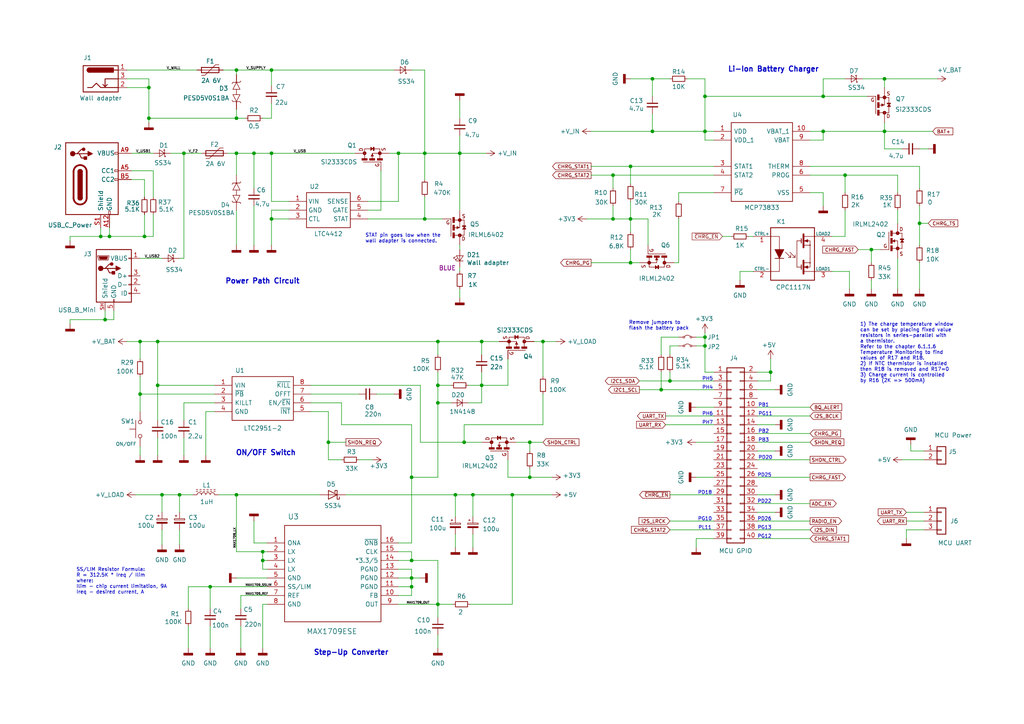
<source format=kicad_sch>
(kicad_sch (version 20250114) (generator "eeschema") (generator_version "9.0")
  (paper "A4")
  (title_block (title "AA-PI Display Board for BananaPi M2-Magic") (date "2025-10-27") (rev "4.3") (company "ORPALTECH") (comment 4 "Author: Sergey Suloev"))
  (text "PH4" (at 205.232 112.522 0) (effects (font (size 1.016 1.016))))
  (text "PD26" (at 221.742 150.622 0) (effects (font (size 1.016 1.016))))
  (text "SS/LIM Resistor Formula:\nR = 312.5K * Ireq / Ilim\nwhere: \nIlim - chip current limitation, 9A\nIreq - desired current, A" (at 22.098 172.466 0) (effects (font (size 1.016 1.016)) (justify left bottom)))
  (text "STAT pin goes low when the\nwall adapter is connected." (at 105.918 70.612 0) (effects (font (size 1.016 1.016)) (justify left bottom)))
  (text "PD20" (at 221.996 132.842 0) (effects (font (size 1.016 1.016))))
  (text "PG12" (at 221.742 155.702 0) (effects (font (size 1.016 1.016))))
  (text "PG10" (at 204.47 150.622 0) (effects (font (size 1.016 1.016))))
  (text "PB1" (at 221.488 117.602 0) (effects (font (size 1.016 1.016))))
  (text "PB3" (at 221.488 127.762 0) (effects (font (size 1.016 1.016))))
  (text "Power Path Circuit" (at 65.278 82.55 0) (effects (font (size 1.4986 1.4986) (thickness 0.2997) (bold yes)) (justify left bottom)))
  (text "1) The charge temperature window \ncan be set by placing fixed value \nresistors in series-parallel with \na thermistor.\nRefer to the chapter 6.1.1.6 \nTemperature Monitoring to find \nvalues of R17 and R18.\n2) If NTC thermistor is installed \nthen R18 is removed and R17=0\n3) Charge current is controlled \nby R16 (2K => 500mA)" (at 249.428 102.362 0) (effects (font (size 1.016 1.016)) (justify left)))
  (text "PG11" (at 221.996 120.142 0) (effects (font (size 1.016 1.016))))
  (text "Step-Up Converter" (at 90.932 190.246 0) (effects (font (size 1.4986 1.4986) (thickness 0.2997) (bold yes)) (justify left bottom)))
  (text "PH6" (at 205.232 120.142 0) (effects (font (size 1.016 1.016))))
  (text "ON/OFF Switch" (at 68.326 132.334 0) (effects (font (size 1.4986 1.4986) (thickness 0.2997) (bold yes)) (justify left bottom)))
  (text "PH7" (at 205.232 122.682 0) (effects (font (size 1.016 1.016))))
  (text "PB2" (at 221.488 125.222 0) (effects (font (size 1.016 1.016))))
  (text "Remove jumpers to \nflash the battery pack" (at 182.372 94.488 0) (effects (font (size 1.016 1.016)) (justify left)))
  (text "PD18" (at 204.47 143.002 0) (effects (font (size 1.016 1.016))))
  (text "PG13" (at 221.742 153.162 0) (effects (font (size 1.016 1.016))))
  (text "PD25" (at 221.742 137.922 0) (effects (font (size 1.016 1.016))))
  (text "PH5" (at 205.232 109.982 0) (effects (font (size 1.016 1.016))))
  (text "PD22" (at 221.742 145.542 0) (effects (font (size 1.016 1.016))))
  (text "Li-Ion Battery Charger" (at 211.074 21.082 0) (effects (font (size 1.4986 1.4986) (thickness 0.2997) (bold yes)) (justify left bottom)))
  (text "PL11" (at 204.47 153.162 0) (effects (font (size 1.016 1.016))))
  (junction (at 46.99 143.51))
  (junction (at 182.88 48.26))
  (junction (at 76.2 162.56))
  (junction (at 157.48 99.06))
  (junction (at 119.38 167.64))
  (junction (at 204.47 100.33))
  (junction (at 41.91 68.58))
  (junction (at 182.88 76.2))
  (junction (at 115.57 44.45))
  (junction (at 76.2 160.02))
  (junction (at 252.73 72.39))
  (junction (at 137.16 143.51))
  (junction (at 78.74 63.5))
  (junction (at 127 175.26))
  (junction (at 245.11 50.8))
  (junction (at 123.19 44.45))
  (junction (at 73.66 44.45))
  (junction (at 78.74 20.32))
  (junction (at 153.67 138.43))
  (junction (at 123.19 63.5))
  (junction (at 223.52 107.95))
  (junction (at 68.58 44.45))
  (junction (at 132.08 143.51))
  (junction (at 127 116.84))
  (junction (at 238.76 27.94))
  (junction (at 127 111.76))
  (junction (at 189.23 22.86))
  (junction (at 238.76 38.1))
  (junction (at 133.35 44.45))
  (junction (at 153.67 128.27))
  (junction (at 45.72 111.76))
  (junction (at 119.38 138.43))
  (junction (at 43.18 34.29))
  (junction (at 68.58 34.29))
  (junction (at 52.07 143.51))
  (junction (at 191.77 113.03))
  (junction (at 68.58 143.51))
  (junction (at 256.54 22.86))
  (junction (at 43.18 25.4))
  (junction (at 53.34 44.45))
  (junction (at 40.64 99.06))
  (junction (at 177.8 50.8))
  (junction (at 134.62 128.27))
  (junction (at 182.88 63.5))
  (junction (at 177.8 63.5))
  (junction (at 40.64 114.3))
  (junction (at 204.47 97.79))
  (junction (at 119.38 170.18))
  (junction (at 139.7 99.06))
  (junction (at 194.31 110.49))
  (junction (at 139.7 111.76))
  (junction (at 266.7 64.77))
  (junction (at 78.74 44.45))
  (junction (at 31.75 68.58))
  (junction (at 119.38 162.56))
  (junction (at 204.47 38.1))
  (junction (at 204.47 27.94))
  (junction (at 45.72 99.06))
  (junction (at 189.23 38.1))
  (junction (at 127 99.06))
  (junction (at 148.59 143.51))
  (junction (at 68.58 20.32))
  (junction (at 29.21 68.58))
  (junction (at 60.96 170.18))
  (junction (at 256.54 38.1))
  (junction (at 30.48 92.71))
  (junction (at 95.25 128.27))
  (wire (pts (xy 153.67 138.43) (xy 160.02 138.43)))
  (wire (pts (xy 139.7 99.06) (xy 144.78 99.06)))
  (wire (pts (xy 119.38 167.64) (xy 119.38 170.18)))
  (wire (pts (xy 53.34 44.45) (xy 58.42 44.45)))
  (wire (pts (xy 191.77 97.79) (xy 196.85 97.79)))
  (wire (pts (xy 194.31 110.49) (xy 207.01 110.49)))
  (wire (pts (xy 201.93 100.33) (xy 204.47 100.33)))
  (wire (pts (xy 45.72 127) (xy 45.72 132.08)))
  (wire (pts (xy 189.23 27.94) (xy 189.23 22.86)))
  (wire (pts (xy 194.31 151.13) (xy 207.01 151.13)))
  (wire (pts (xy 41.91 68.58) (xy 44.45 68.58)))
  (wire (pts (xy 219.71 110.49) (xy 223.52 110.49)))
  (wire (pts (xy 171.45 50.8) (xy 177.8 50.8)))
  (wire (pts (xy 73.66 44.45) (xy 73.66 54.61)))
  (wire (pts (xy 133.35 34.29) (xy 133.35 29.21)))
  (wire (pts (xy 77.47 175.26) (xy 76.2 175.26)))
  (wire (pts (xy 262.89 151.13) (xy 267.97 151.13)))
  (wire (pts (xy 219.71 125.73) (xy 234.95 125.73)))
  (wire (pts (xy 78.74 44.45) (xy 78.74 58.42)))
  (wire (pts (xy 185.42 113.03) (xy 191.77 113.03)))
  (wire (pts (xy 177.8 59.69) (xy 177.8 63.5)))
  (wire (pts (xy 248.92 72.39) (xy 252.73 72.39)))
  (wire (pts (xy 73.66 157.48) (xy 73.66 151.13)))
  (wire (pts (xy 147.32 138.43) (xy 153.67 138.43)))
  (wire (pts (xy 204.47 22.86) (xy 204.47 27.94)))
  (wire (pts (xy 115.57 160.02) (xy 119.38 160.02)))
  (wire (pts (xy 245.11 50.8) (xy 245.11 55.88)))
  (wire (pts (xy 267.97 153.67) (xy 262.89 153.67)))
  (wire (pts (xy 266.7 64.77) (xy 266.7 71.12)))
  (wire (pts (xy 266.7 48.26) (xy 266.7 54.61)))
  (wire (pts (xy 38.1 49.53) (xy 44.45 49.53)))
  (wire (pts (xy 78.74 63.5) (xy 78.74 71.12)))
  (wire (pts (xy 40.64 74.93) (xy 46.99 74.93)))
  (wire (pts (xy 194.31 100.33) (xy 196.85 100.33)))
  (wire (pts (xy 123.19 44.45) (xy 133.35 44.45)))
  (wire (pts (xy 46.99 143.51) (xy 39.37 143.51)))
  (wire (pts (xy 76.2 175.26) (xy 76.2 187.96)))
  (wire (pts (xy 196.85 55.88) (xy 207.01 55.88)))
  (wire (pts (xy 204.47 27.94) (xy 238.76 27.94)))
  (wire (pts (xy 38.1 52.07) (xy 41.91 52.07)))
  (wire (pts (xy 31.75 68.58) (xy 41.91 68.58)))
  (wire (pts (xy 256.54 22.86) (xy 271.78 22.86)))
  (wire (pts (xy 46.99 143.51) (xy 52.07 143.51)))
  (wire (pts (xy 171.45 48.26) (xy 182.88 48.26)))
  (wire (pts (xy 73.66 59.69) (xy 73.66 71.12)))
  (wire (pts (xy 20.32 68.58) (xy 29.21 68.58)))
  (wire (pts (xy 127 111.76) (xy 130.81 111.76)))
  (wire (pts (xy 121.92 111.76) (xy 121.92 128.27)))
  (wire (pts (xy 219.71 118.11) (xy 234.95 118.11)))
  (wire (pts (xy 217.17 68.58) (xy 218.44 68.58)))
  (wire (pts (xy 148.59 143.51) (xy 148.59 175.26)))
  (wire (pts (xy 115.57 44.45) (xy 115.57 58.42)))
  (wire (pts (xy 43.18 25.4) (xy 43.18 34.29)))
  (wire (pts (xy 204.47 38.1) (xy 207.01 38.1)))
  (wire (pts (xy 45.72 111.76) (xy 45.72 121.92)))
  (wire (pts (xy 260.35 74.93) (xy 260.35 83.82)))
  (wire (pts (xy 40.64 114.3) (xy 62.23 114.3)))
  (wire (pts (xy 204.47 97.79) (xy 204.47 100.33)))
  (wire (pts (xy 115.57 157.48) (xy 119.38 157.48)))
  (wire (pts (xy 41.91 62.23) (xy 41.91 68.58)))
  (wire (pts (xy 133.35 83.82) (xy 133.35 86.36)))
  (wire (pts (xy 207.01 156.21) (xy 201.93 156.21)))
  (wire (pts (xy 196.85 55.88) (xy 196.85 58.42)))
  (wire (pts (xy 139.7 111.76) (xy 139.7 116.84)))
  (wire (pts (xy 43.18 34.29) (xy 43.18 35.56)))
  (wire (pts (xy 119.38 123.19) (xy 119.38 138.43)))
  (wire (pts (xy 234.95 50.8) (xy 245.11 50.8)))
  (wire (pts (xy 182.88 53.34) (xy 182.88 48.26)))
  (wire (pts (xy 68.58 143.51) (xy 92.71 143.51)))
  (wire (pts (xy 182.88 76.2) (xy 185.42 76.2)))
  (wire (pts (xy 182.88 67.31) (xy 182.88 63.5)))
  (wire (pts (xy 234.95 55.88) (xy 238.76 55.88)))
  (wire (pts (xy 76.2 165.1) (xy 76.2 162.56)))
  (wire (pts (xy 44.45 49.53) (xy 44.45 57.15)))
  (wire (pts (xy 137.16 143.51) (xy 137.16 149.86)))
  (wire (pts (xy 251.46 27.94) (xy 238.76 27.94)))
  (wire (pts (xy 33.02 90.17) (xy 33.02 92.71)))
  (wire (pts (xy 127 162.56) (xy 127 175.26)))
  (wire (pts (xy 194.31 100.33) (xy 194.31 102.87)))
  (wire (pts (xy 182.88 72.39) (xy 182.88 76.2)))
  (wire (pts (xy 132.08 143.51) (xy 132.08 149.86)))
  (wire (pts (xy 68.58 44.45) (xy 73.66 44.45)))
  (wire (pts (xy 191.77 113.03) (xy 207.01 113.03)))
  (wire (pts (xy 189.23 38.1) (xy 204.47 38.1)))
  (wire (pts (xy 134.62 128.27) (xy 121.92 128.27)))
  (wire (pts (xy 147.32 104.14) (xy 147.32 111.76)))
  (wire (pts (xy 245.11 68.58) (xy 241.3 68.58)))
  (wire (pts (xy 149.86 128.27) (xy 153.67 128.27)))
  (wire (pts (xy 40.64 109.22) (xy 40.64 114.3)))
  (wire (pts (xy 95.25 133.35) (xy 99.06 133.35)))
  (wire (pts (xy 20.32 92.71) (xy 20.32 93.98)))
  (wire (pts (xy 212.09 68.58) (xy 209.55 68.58)))
  (wire (pts (xy 127 116.84) (xy 130.81 116.84)))
  (wire (pts (xy 106.68 58.42) (xy 115.57 58.42)))
  (wire (pts (xy 44.45 68.58) (xy 44.45 62.23)))
  (wire (pts (xy 246.38 78.74) (xy 246.38 83.82)))
  (wire (pts (xy 110.49 60.96) (xy 110.49 49.53)))
  (wire (pts (xy 83.82 58.42) (xy 78.74 58.42)))
  (wire (pts (xy 157.48 99.06) (xy 161.29 99.06)))
  (wire (pts (xy 266.7 76.2) (xy 266.7 83.82)))
  (wire (pts (xy 171.45 38.1) (xy 189.23 38.1)))
  (wire (pts (xy 49.53 44.45) (xy 53.34 44.45)))
  (wire (pts (xy 262.89 148.59) (xy 267.97 148.59)))
  (wire (pts (xy 127 107.95) (xy 127 111.76)))
  (wire (pts (xy 223.52 107.95) (xy 223.52 104.14)))
  (wire (pts (xy 250.19 22.86) (xy 256.54 22.86)))
  (wire (pts (xy 68.58 44.45) (xy 68.58 50.8)))
  (wire (pts (xy 153.67 128.27) (xy 157.48 128.27)))
  (wire (pts (xy 148.59 143.51) (xy 160.02 143.51)))
  (wire (pts (xy 68.58 160.02) (xy 68.58 143.51)))
  (wire (pts (xy 191.77 107.95) (xy 191.77 113.03)))
  (wire (pts (xy 40.64 114.3) (xy 40.64 119.38)))
  (wire (pts (xy 127 111.76) (xy 127 116.84)))
  (wire (pts (xy 43.18 22.86) (xy 43.18 25.4)))
  (wire (pts (xy 78.74 44.45) (xy 102.87 44.45)))
  (wire (pts (xy 219.71 107.95) (xy 223.52 107.95)))
  (wire (pts (xy 238.76 22.86) (xy 245.11 22.86)))
  (wire (pts (xy 20.32 92.71) (xy 30.48 92.71)))
  (wire (pts (xy 201.93 97.79) (xy 204.47 97.79)))
  (wire (pts (xy 119.38 162.56) (xy 127 162.56)))
  (wire (pts (xy 119.38 20.32) (xy 123.19 20.32)))
  (wire (pts (xy 78.74 24.892) (xy 78.74 20.32)))
  (wire (pts (xy 127 138.43) (xy 119.38 138.43)))
  (wire (pts (xy 60.96 170.18) (xy 77.47 170.18)))
  (wire (pts (xy 45.72 111.76) (xy 62.23 111.76)))
  (wire (pts (xy 262.89 153.67) (xy 262.89 156.21)))
  (wire (pts (xy 68.58 20.32) (xy 68.58 21.59)))
  (wire (pts (xy 267.97 133.35) (xy 261.62 133.35)))
  (wire (pts (xy 219.71 146.05) (xy 234.95 146.05)))
  (wire (pts (xy 78.74 60.96) (xy 78.74 63.5)))
  (wire (pts (xy 40.64 129.54) (xy 40.64 132.08)))
  (wire (pts (xy 223.52 110.49) (xy 223.52 107.95)))
  (wire (pts (xy 135.89 111.76) (xy 139.7 111.76)))
  (wire (pts (xy 201.93 118.11) (xy 207.01 118.11)))
  (wire (pts (xy 252.73 81.28) (xy 252.73 83.82)))
  (wire (pts (xy 267.97 130.81) (xy 264.16 130.81)))
  (wire (pts (xy 238.76 38.1) (xy 238.76 40.64)))
  (wire (pts (xy 52.07 143.51) (xy 52.07 148.59)))
  (wire (pts (xy 193.04 120.65) (xy 207.01 120.65)))
  (wire (pts (xy 78.74 34.29) (xy 76.2 34.29)))
  (wire (pts (xy 193.04 123.19) (xy 207.01 123.19)))
  (wire (pts (xy 218.44 78.74) (xy 214.63 78.74)))
  (wire (pts (xy 83.82 60.96) (xy 78.74 60.96)))
  (wire (pts (xy 234.95 48.26) (xy 266.7 48.26)))
  (wire (pts (xy 90.17 114.3) (xy 104.14 114.3)))
  (wire (pts (xy 41.91 52.07) (xy 41.91 57.15)))
  (wire (pts (xy 77.47 162.56) (xy 76.2 162.56)))
  (wire (pts (xy 264.16 130.81) (xy 264.16 129.032)))
  (wire (pts (xy 53.34 116.84) (xy 62.23 116.84)))
  (wire (pts (xy 260.35 50.8) (xy 260.35 55.88)))
  (wire (pts (xy 68.58 34.29) (xy 71.12 34.29)))
  (wire (pts (xy 204.47 100.33) (xy 204.47 107.95)))
  (wire (pts (xy 204.47 96.52) (xy 204.47 97.79)))
  (wire (pts (xy 95.25 119.38) (xy 95.25 128.27)))
  (wire (pts (xy 123.19 57.15) (xy 123.19 63.5)))
  (wire (pts (xy 119.38 165.1) (xy 119.38 167.64)))
  (wire (pts (xy 219.71 148.59) (xy 224.79 148.59)))
  (wire (pts (xy 139.7 107.95) (xy 139.7 111.76)))
  (wire (pts (xy 134.62 123.19) (xy 134.62 128.27)))
  (wire (pts (xy 77.47 165.1) (xy 76.2 165.1)))
  (wire (pts (xy 68.58 20.32) (xy 78.74 20.32)))
  (wire (pts (xy 139.7 99.06) (xy 139.7 102.87)))
  (wire (pts (xy 119.38 138.43) (xy 119.38 157.48)))
  (wire (pts (xy 69.85 181.61) (xy 69.85 187.96)))
  (wire (pts (xy 153.67 130.81) (xy 153.67 128.27)))
  (wire (pts (xy 115.57 44.45) (xy 123.19 44.45)))
  (wire (pts (xy 115.57 162.56) (xy 119.38 162.56)))
  (wire (pts (xy 133.35 77.47) (xy 133.35 78.74)))
  (wire (pts (xy 127 175.26) (xy 127 179.07)))
  (wire (pts (xy 68.58 34.29) (xy 68.58 31.75)))
  (wire (pts (xy 219.71 130.81) (xy 224.79 130.81)))
  (wire (pts (xy 53.34 127) (xy 53.34 132.08)))
  (wire (pts (xy 207.01 138.43) (xy 201.93 138.43)))
  (wire (pts (xy 115.57 170.18) (xy 119.38 170.18)))
  (wire (pts (xy 219.71 156.21) (xy 234.95 156.21)))
  (wire (pts (xy 177.8 50.8) (xy 207.01 50.8)))
  (wire (pts (xy 139.7 111.76) (xy 147.32 111.76)))
  (wire (pts (xy 95.25 119.38) (xy 90.17 119.38)))
  (wire (pts (xy 219.71 120.65) (xy 234.95 120.65)))
  (wire (pts (xy 252.73 72.39) (xy 252.73 76.2)))
  (wire (pts (xy 256.54 38.1) (xy 270.51 38.1)))
  (wire (pts (xy 219.71 143.51) (xy 224.79 143.51)))
  (wire (pts (xy 76.2 160.02) (xy 68.58 160.02)))
  (wire (pts (xy 127 116.84) (xy 127 138.43)))
  (wire (pts (xy 52.07 74.93) (xy 53.34 74.93)))
  (wire (pts (xy 20.32 68.58) (xy 20.32 69.85)))
  (wire (pts (xy 241.3 78.74) (xy 246.38 78.74)))
  (wire (pts (xy 170.18 63.5) (xy 177.8 63.5)))
  (wire (pts (xy 36.83 22.86) (xy 43.18 22.86)))
  (wire (pts (xy 204.47 107.95) (xy 207.01 107.95)))
  (wire (pts (xy 219.71 123.19) (xy 224.79 123.19)))
  (wire (pts (xy 99.06 123.19) (xy 119.38 123.19)))
  (wire (pts (xy 195.58 76.2) (xy 196.85 76.2)))
  (wire (pts (xy 266.7 64.77) (xy 269.24 64.77)))
  (wire (pts (xy 64.77 20.32) (xy 68.58 20.32)))
  (wire (pts (xy 182.88 22.86) (xy 189.23 22.86)))
  (wire (pts (xy 199.39 22.86) (xy 204.47 22.86)))
  (wire (pts (xy 238.76 55.88) (xy 238.76 59.69)))
  (wire (pts (xy 185.42 110.49) (xy 194.31 110.49)))
  (wire (pts (xy 77.47 160.02) (xy 76.2 160.02)))
  (wire (pts (xy 119.38 167.64) (xy 121.92 167.64)))
  (wire (pts (xy 234.95 38.1) (xy 238.76 38.1)))
  (wire (pts (xy 219.71 151.13) (xy 234.95 151.13)))
  (wire (pts (xy 157.48 114.3) (xy 157.48 123.19)))
  (wire (pts (xy 36.83 20.32) (xy 57.15 20.32)))
  (wire (pts (xy 106.68 60.96) (xy 110.49 60.96)))
  (wire (pts (xy 109.22 114.3) (xy 114.3 114.3)))
  (wire (pts (xy 136.398 175.26) (xy 148.59 175.26)))
  (wire (pts (xy 137.16 143.51) (xy 148.59 143.51)))
  (wire (pts (xy 55.88 143.51) (xy 52.07 143.51)))
  (wire (pts (xy 104.14 133.35) (xy 107.95 133.35)))
  (wire (pts (xy 68.58 60.96) (xy 68.58 71.12)))
  (wire (pts (xy 207.01 128.27) (xy 201.93 128.27)))
  (wire (pts (xy 194.31 143.51) (xy 207.01 143.51)))
  (wire (pts (xy 31.75 66.04) (xy 31.75 68.58)))
  (wire (pts (xy 43.18 34.29) (xy 68.58 34.29)))
  (wire (pts (xy 214.63 78.74) (xy 214.63 81.28)))
  (wire (pts (xy 69.85 172.72) (xy 69.85 176.53)))
  (wire (pts (xy 194.31 107.95) (xy 194.31 110.49)))
  (wire (pts (xy 269.24 43.18) (xy 266.7 43.18)))
  (wire (pts (xy 234.95 40.64) (xy 238.76 40.64)))
  (wire (pts (xy 45.72 99.06) (xy 127 99.06)))
  (wire (pts (xy 134.62 128.27) (xy 139.7 128.27)))
  (wire (pts (xy 132.08 154.94) (xy 132.08 158.75)))
  (wire (pts (xy 46.99 153.67) (xy 46.99 157.988)))
  (wire (pts (xy 60.96 181.61) (xy 60.96 187.96)))
  (wire (pts (xy 66.04 44.45) (xy 68.58 44.45)))
  (wire (pts (xy 54.61 181.61) (xy 54.61 187.96)))
  (wire (pts (xy 252.73 72.39) (xy 255.27 72.39)))
  (wire (pts (xy 40.64 99.06) (xy 40.64 104.14)))
  (wire (pts (xy 191.77 97.79) (xy 191.77 102.87)))
  (wire (pts (xy 115.57 172.72) (xy 119.38 172.72)))
  (wire (pts (xy 77.47 157.48) (xy 73.66 157.48)))
  (wire (pts (xy 99.06 116.84) (xy 99.06 123.19)))
  (wire (pts (xy 36.83 25.4) (xy 43.18 25.4)))
  (wire (pts (xy 238.76 38.1) (xy 256.54 38.1)))
  (wire (pts (xy 182.88 58.42) (xy 182.88 63.5)))
  (wire (pts (xy 95.25 128.27) (xy 95.25 133.35)))
  (wire (pts (xy 201.93 156.21) (xy 201.93 158.75)))
  (wire (pts (xy 245.11 60.96) (xy 245.11 68.58)))
  (wire (pts (xy 68.58 167.64) (xy 77.47 167.64)))
  (wire (pts (xy 73.66 44.45) (xy 78.74 44.45)))
  (wire (pts (xy 45.72 99.06) (xy 45.72 111.76)))
  (wire (pts (xy 204.47 40.64) (xy 207.01 40.64)))
  (wire (pts (xy 171.45 76.2) (xy 182.88 76.2)))
  (wire (pts (xy 134.62 123.19) (xy 157.48 123.19)))
  (wire (pts (xy 38.1 44.45) (xy 44.45 44.45)))
  (wire (pts (xy 59.69 119.38) (xy 59.69 132.08)))
  (wire (pts (xy 182.88 63.5) (xy 187.96 63.5)))
  (wire (pts (xy 153.67 135.89) (xy 153.67 138.43)))
  (wire (pts (xy 256.54 43.18) (xy 261.62 43.18)))
  (wire (pts (xy 157.48 99.06) (xy 157.48 109.22)))
  (wire (pts (xy 194.31 153.67) (xy 207.01 153.67)))
  (wire (pts (xy 40.64 99.06) (xy 45.72 99.06)))
  (wire (pts (xy 123.19 63.5) (xy 128.27 63.5)))
  (wire (pts (xy 189.23 33.02) (xy 189.23 38.1)))
  (wire (pts (xy 114.3 20.32) (xy 78.74 20.32)))
  (wire (pts (xy 177.8 63.5) (xy 182.88 63.5)))
  (wire (pts (xy 30.48 92.71) (xy 33.02 92.71)))
  (wire (pts (xy 127 184.15) (xy 127 187.96)))
  (wire (pts (xy 127 175.26) (xy 131.318 175.26)))
  (wire (pts (xy 115.57 167.64) (xy 119.38 167.64)))
  (wire (pts (xy 245.11 50.8) (xy 260.35 50.8)))
  (wire (pts (xy 95.25 128.27) (xy 100.33 128.27)))
  (wire (pts (xy 53.34 116.84) (xy 53.34 121.92)))
  (wire (pts (xy 256.54 35.56) (xy 256.54 38.1)))
  (wire (pts (xy 83.82 63.5) (xy 78.74 63.5)))
  (wire (pts (xy 182.88 48.26) (xy 207.01 48.26)))
  (wire (pts (xy 123.19 44.45) (xy 123.19 52.07)))
  (wire (pts (xy 54.61 170.18) (xy 60.96 170.18)))
  (wire (pts (xy 219.71 128.27) (xy 234.95 128.27)))
  (wire (pts (xy 177.8 50.8) (xy 177.8 54.61)))
  (wire (pts (xy 147.32 133.35) (xy 147.32 138.43)))
  (wire (pts (xy 133.35 44.45) (xy 140.97 44.45)))
  (wire (pts (xy 54.61 170.18) (xy 54.61 176.53)))
  (wire (pts (xy 46.99 148.59) (xy 46.99 143.51)))
  (wire (pts (xy 77.47 172.72) (xy 69.85 172.72)))
  (wire (pts (xy 53.34 44.45) (xy 53.34 74.93)))
  (wire (pts (xy 127 99.06) (xy 139.7 99.06)))
  (wire (pts (xy 115.57 165.1) (xy 119.38 165.1)))
  (wire (pts (xy 36.83 99.06) (xy 40.64 99.06)))
  (wire (pts (xy 90.17 116.84) (xy 99.06 116.84)))
  (wire (pts (xy 29.21 68.58) (xy 31.75 68.58)))
  (wire (pts (xy 219.71 138.43) (xy 234.95 138.43)))
  (wire (pts (xy 196.85 63.5) (xy 196.85 76.2)))
  (wire (pts (xy 139.7 116.84) (xy 135.89 116.84)))
  (wire (pts (xy 59.69 119.38) (xy 62.23 119.38)))
  (wire (pts (xy 260.35 60.96) (xy 260.35 64.77)))
  (wire (pts (xy 76.2 162.56) (xy 76.2 160.02)))
  (wire (pts (xy 219.71 133.35) (xy 234.95 133.35)))
  (wire (pts (xy 115.57 175.26) (xy 127 175.26)))
  (wire (pts (xy 133.35 72.39) (xy 133.35 71.12)))
  (wire (pts (xy 204.47 27.94) (xy 204.47 38.1)))
  (wire (pts (xy 123.19 20.32) (xy 123.19 44.45)))
  (wire (pts (xy 30.48 90.17) (xy 30.48 92.71)))
  (wire (pts (xy 60.96 170.18) (xy 60.96 176.53)))
  (wire (pts (xy 132.08 143.51) (xy 137.16 143.51)))
  (wire (pts (xy 63.5 143.51) (xy 68.58 143.51)))
  (wire (pts (xy 256.54 38.1) (xy 256.54 43.18)))
  (wire (pts (xy 219.71 153.67) (xy 234.95 153.67)))
  (wire (pts (xy 127 99.06) (xy 127 102.87)))
  (wire (pts (xy 106.68 63.5) (xy 123.19 63.5)))
  (wire (pts (xy 90.17 111.76) (xy 121.92 111.76)))
  (wire (pts (xy 29.21 66.04) (xy 29.21 68.58)))
  (wire (pts (xy 256.54 25.4) (xy 256.54 22.86)))
  (wire (pts (xy 78.74 29.972) (xy 78.74 34.29)))
  (wire (pts (xy 266.7 59.69) (xy 266.7 64.77)))
  (wire (pts (xy 133.35 44.45) (xy 133.35 60.96)))
  (wire (pts (xy 219.71 113.03) (xy 224.79 113.03)))
  (wire (pts (xy 189.23 22.86) (xy 194.31 22.86)))
  (wire (pts (xy 187.96 63.5) (xy 187.96 71.12)))
  (wire (pts (xy 119.38 170.18) (xy 119.38 172.72)))
  (wire (pts (xy 133.35 44.45) (xy 133.35 39.37)))
  (wire (pts (xy 137.16 154.94) (xy 137.16 158.75)))
  (wire (pts (xy 154.94 99.06) (xy 157.48 99.06)))
  (wire (pts (xy 238.76 27.94) (xy 238.76 22.86)))
  (wire (pts (xy 52.07 157.988) (xy 52.07 153.67)))
  (wire (pts (xy 119.38 162.56) (xy 119.38 160.02)))
  (wire (pts (xy 100.33 143.51) (xy 132.08 143.51)))
  (wire (pts (xy 113.03 44.45) (xy 115.57 44.45)))
  (wire (pts (xy 204.47 38.1) (xy 204.47 40.64)))
  (label "MAX1709_OUT" (at 117.856 175.26 0) (effects (font (size 0.635 0.635))))
  (label "V_WALL" (at 48.26 20.32 0) (effects (font (size 0.762 0.762))))
  (label "V_USB" (at 85.09 44.45 0) (effects (font (size 0.762 0.762))))
  (label "V_SUPPLY" (at 71.374 20.32 0) (effects (font (size 0.762 0.762))))
  (label "V_F2" (at 54.61 44.45 0) (effects (font (size 0.762 0.762))))
  (label "MAX1709_REF" (at 71.12 172.72 0) (effects (font (size 0.635 0.635))))
  (label "MAX1709_SSLIM" (at 71.12 170.18 0) (effects (font (size 0.635 0.635))))
  (label "MAX1709_LX" (at 68.58 159.004 90) (effects (font (size 0.635 0.635))))
  (label "V_USB2" (at 41.91 74.93 0) (effects (font (size 0.762 0.762))))
  (label "V_USB1" (at 39.37 44.45 0) (effects (font (size 0.762 0.762))))
  (global_label "CHRG_STAT1" (shape input) (at 234.95 156.21 0) (effects (font (size 1.016 1.016))) (property "Intersheetrefs" "${INTERSHEET_REFS}" (effects (hide yes))))
  (global_label "UART_TX" (shape input) (at 262.89 148.59 180) (effects (font (size 1.016 1.016))) (property "Intersheetrefs" "${INTERSHEET_REFS}" (effects (hide yes))))
  (global_label "UART_RX" (shape input) (at 193.04 123.19 180) (effects (font (size 1.016 1.016))) (property "Intersheetrefs" "${INTERSHEET_REFS}" (effects (hide yes))))
  (global_label "BQ_ALERT" (shape input) (at 234.95 118.11 0) (effects (font (size 1.016 1.016))) (property "Intersheetrefs" "${INTERSHEET_REFS}" (effects (hide yes))))
  (global_label "I2C1_SCL" (shape output) (at 185.42 113.03 180) (effects (font (size 1.016 1.016))) (property "Intersheetrefs" "${INTERSHEET_REFS}" (effects (hide yes))))
  (global_label "CHRG_FAST" (shape input) (at 248.92 72.39 180) (effects (font (size 1.016 1.016))) (property "Intersheetrefs" "${INTERSHEET_REFS}" (effects (hide yes))))
  (global_label "CHRG_PG" (shape input) (at 234.95 125.73 0) (effects (font (size 1.016 1.016))) (property "Intersheetrefs" "${INTERSHEET_REFS}" (effects (hide yes))))
  (global_label "CHRG_STAT2" (shape input) (at 194.31 153.67 180) (effects (font (size 1.016 1.016))) (property "Intersheetrefs" "${INTERSHEET_REFS}" (effects (hide yes))))
  (global_label "I2S_BCLK" (shape input) (at 234.95 120.65 0) (effects (font (size 1.016 1.016))) (property "Intersheetrefs" "${INTERSHEET_REFS}" (effects (hide yes))))
  (global_label "I2S_DIN" (shape input) (at 234.95 153.67 0) (effects (font (size 1.016 1.016))) (property "Intersheetrefs" "${INTERSHEET_REFS}" (effects (hide yes))))
  (global_label "SHDN_CTRL" (shape input) (at 157.48 128.27 0) (effects (font (size 1.016 1.016))) (property "Intersheetrefs" "${INTERSHEET_REFS}" (effects (hide yes))))
  (global_label "CHRG_TS" (shape input) (at 269.24 64.77 0) (effects (font (size 1.016 1.016))) (property "Intersheetrefs" "${INTERSHEET_REFS}" (effects (hide yes))))
  (global_label "UART_RX" (shape output) (at 262.89 151.13 180) (effects (font (size 1.016 1.016))) (property "Intersheetrefs" "${INTERSHEET_REFS}" (effects (hide yes))))
  (global_label "~{CHRG_EN}" (shape output) (at 194.31 143.51 180) (effects (font (size 1.016 1.016))) (property "Intersheetrefs" "${INTERSHEET_REFS}" (effects (hide yes))))
  (global_label "UART_TX" (shape output) (at 193.04 120.65 180) (effects (font (size 1.016 1.016))) (property "Intersheetrefs" "${INTERSHEET_REFS}" (effects (hide yes))))
  (global_label "SHDN_CTRL" (shape output) (at 234.95 133.35 0) (effects (font (size 1.016 1.016))) (property "Intersheetrefs" "${INTERSHEET_REFS}" (effects (hide yes))))
  (global_label "CHRG_PG" (shape output) (at 171.45 76.2 180) (effects (font (size 1.016 1.016))) (property "Intersheetrefs" "${INTERSHEET_REFS}" (effects (hide yes))))
  (global_label "I2S_LRCK" (shape input) (at 194.31 151.13 180) (effects (font (size 1.016 1.016))) (property "Intersheetrefs" "${INTERSHEET_REFS}" (effects (hide yes))))
  (global_label "SHDN_REQ" (shape output) (at 100.33 128.27 0) (effects (font (size 1.0668 1.0668))) (property "Intersheetrefs" "${INTERSHEET_REFS}" (effects (hide yes))))
  (global_label "CHRG_STAT2" (shape output) (at 171.45 50.8 180) (effects (font (size 1.016 1.016))) (property "Intersheetrefs" "${INTERSHEET_REFS}" (effects (hide yes))))
  (global_label "CHRG_FAST" (shape output) (at 234.95 138.43 0) (effects (font (size 1.016 1.016))) (property "Intersheetrefs" "${INTERSHEET_REFS}" (effects (hide yes))))
  (global_label "RADIO_EN" (shape output) (at 234.95 151.13 0) (effects (font (size 1.016 1.016))) (property "Intersheetrefs" "${INTERSHEET_REFS}" (effects (hide yes))))
  (global_label "I2C1_SDA" (shape bidirectional) (at 185.42 110.49 180) (effects (font (size 1.016 1.016))) (property "Intersheetrefs" "${INTERSHEET_REFS}" (effects (hide yes))))
  (global_label "SHDN_REQ" (shape input) (at 234.95 128.27 0) (effects (font (size 1.016 1.016))) (property "Intersheetrefs" "${INTERSHEET_REFS}" (effects (hide yes))))
  (global_label "CHRG_STAT1" (shape output) (at 171.45 48.26 180) (effects (font (size 1.016 1.016))) (property "Intersheetrefs" "${INTERSHEET_REFS}" (effects (hide yes))))
  (global_label "BAT+" (shape input) (at 270.51 38.1 0) (effects (font (size 1.016 1.016))) (property "Intersheetrefs" "${INTERSHEET_REFS}" (effects (hide yes))))
  (global_label "~{CHRG_EN}" (shape input) (at 209.55 68.58 180) (effects (font (size 1.016 1.016) (thickness 0.127))) (property "Intersheetrefs" "${INTERSHEET_REFS}" (effects (hide yes))))
  (global_label "ADC_EN" (shape output) (at 234.95 146.05 0) (effects (font (size 1.016 1.016))) (property "Intersheetrefs" "${INTERSHEET_REFS}" (effects (hide yes))))
  (symbol (lib_id "AA-PI-Components:P-CHANNEL-MOSFET") (at 107.95 44.45 90) (unit 1)
    (property "Reference" "Q1" (at 102.108 42.164 90))
    (property "Value" "Si2333CDS" (at 98.298 46.99 90))
    (property "Footprint" "AA-PI-Footprints:SOT-23" (effects (hide yes)))
  )
  (symbol (lib_id "AA-PI-Components:P-CHANNEL-MOSFET") (at 133.35 66.04 0) (mirror x) (unit 1)
    (property "Reference" "Q5" (at 137.668 65.024 0))
    (property "Value" "IRLML6402" (at 140.97 68.072 0))
    (property "Footprint" "AA-PI-Footprints:SOT-23" (effects (hide yes)))
  )
  (symbol (lib_id "AA-PI-Components:C_Small") (at 133.35 36.83 180) (unit 1)
    (property "Reference" "C9" (at 138.43 35.052 0) (effects (justify left)))
    (property "Value" "4.7u" (at 139.192 39.116 0) (effects (justify left)))
    (property "Footprint" "AA-PI-Footprints:C_0805_2012Metric" (effects (hide yes)))
  )
  (symbol (lib_id "AA-PI-Components:GND") (at 133.35 29.21 180) (unit 1)
    (property "Reference" "#PWR018" (effects (hide yes)))
    (property "Value" "GND" (effects (hide yes)))
  )
  (symbol (lib_id "AA-PI-Components:R_Small") (at 133.35 81.28 180) (unit 1)
    (property "Reference" "R7" (at 136.906 80.01 0))
    (property "Value" "1K" (at 137.16 82.55 0))
    (property "Footprint" "AA-PI-Footprints:R_0805_2012Metric" (effects (hide yes)))
  )
  (symbol (lib_id "AA-PI-Components:R_Small") (at 123.19 54.61 180) (unit 1)
    (property "Reference" "R4" (at 127.254 53.34 0))
    (property "Value" "470K" (at 128.27 55.88 0))
    (property "Footprint" "AA-PI-Footprints:R_0805_2012Metric" (effects (hide yes)))
  )
  (symbol (lib_id "AA-PI-Components:C_Small") (at 73.66 57.15 0) (unit 1)
    (property "Reference" "C6" (at 74.422 55.118 0) (effects (justify left)))
    (property "Value" "4.7u" (at 73.914 59.182 0) (effects (justify left)))
    (property "Footprint" "AA-PI-Footprints:C_0805_2012Metric" (effects (hide yes)))
  )
  (symbol (lib_id "AA-PI-Components:GND") (at 43.18 35.56 0) (unit 1)
    (property "Reference" "#PWR03" (effects (hide yes)))
    (property "Value" "GND" (effects (hide yes)))
  )
  (symbol (lib_id "AA-PI-Components:Polyfuse") (at 60.96 20.32 90) (unit 1)
    (property "Reference" "F1" (at 60.96 17.78 90))
    (property "Value" "2A 6V" (at 61.214 23.368 90))
    (property "Footprint" "AA-PI-Footprints:Fuse_1206_3216Metric_Pad1.42x1.75mm_HandSolder" (effects (hide yes)))
  )
  (symbol (lib_id "AA-PI-Components:R_Small") (at 73.66 34.29 90) (unit 1)
    (property "Reference" "R2" (at 73.66 32.004 90))
    (property "Value" "0.5" (at 73.66 36.576 90))
    (property "Footprint" "AA-PI-Footprints:R_0805_2012Metric" (effects (hide yes)))
  )
  (symbol (lib_id "AA-PI-Components:Polyfuse") (at 62.23 44.45 90) (unit 1)
    (property "Reference" "F2" (at 62.23 41.91 90))
    (property "Value" "2A 6V" (at 62.484 47.498 90))
    (property "Footprint" "AA-PI-Footprints:Fuse_1206_3216Metric_Pad1.42x1.75mm_HandSolder" (effects (hide yes)))
  )
  (symbol (lib_id "AA-PI-Components:Barrel_Jack_Switch") (at 29.21 22.86 0) (unit 1)
    (property "Reference" "J1" (at 25.4 16.764 0))
    (property "Value" "Wall adapter" (at 29.21 28.448 0))
    (property "Footprint" "AA-PI-Footprints:DC-050-SMD-Power-Jack" (effects (hide yes)))
  )
  (symbol (lib_id "AA-PI-Components:LTC4412") (at 95.25 60.96 0) (unit 1)
    (property "Reference" "U2" (at 91.186 54.102 0))
    (property "Value" "LTC4412" (at 95.25 67.818 0))
    (property "Footprint" "AA-PI-Footprints:SOT95P280X100-6N" (effects (hide yes)))
    (property "Datasheet" "http://www.analog.com/media/en/technical-documentation/data-sheets/4412fb.pdf" (effects (hide yes)))
    (property "Description" "Hot Swap Controller LTC4412, Positive Voltage, 2.5  28 V, TSOT-23, 6-Pin" (effects (hide yes)))
    (property "Manufacturer_Name" "Linear Technology" (effects (hide yes)))
    (property "Manufacturer_Part_Number" "LTC4412ES6#TRMPBF" (effects (hide yes)))
  )
  (symbol (lib_id "AA-PI-Components:USB_B_Mini") (at 33.02 80.01 0) (unit 1)
    (property "Reference" "J3" (at 25.4 73.66 0))
    (property "Value" "USB_B_Mini" (at 22.352 89.916 0))
    (property "Footprint" "AA-PI-Footprints:USB_Mini-B_Lumberg_2486_01_Horizontal" (effects (hide yes)))
  )
  (symbol (lib_id "AA-PI-Components:D_Bidirectional-ESD") (at 68.58 26.67 90) (unit 1)
    (property "Reference" "D3" (at 63.5 25.654 90) (effects (justify right)))
    (property "Value" "PESD5V0S1BA" (at 53.086 28.448 90) (effects (justify right)))
    (property "Footprint" "AA-PI-Footprints:D_SOD-323_HandSoldering" (effects (hide yes)))
  )
  (symbol (lib_id "AA-PI-Components:GND") (at 20.32 93.98 0) (unit 1)
    (property "Reference" "#PWR02" (effects (hide yes)))
    (property "Value" "GND" (effects (hide yes)))
  )
  (symbol (lib_id "AA-PI-Components:GND") (at 78.74 71.12 0) (unit 1)
    (property "Reference" "#PWR013" (effects (hide yes)))
    (property "Value" "GND" (effects (hide yes)))
  )
  (symbol (lib_id "AA-PI-Components:GND") (at 133.35 86.36 0) (unit 1)
    (property "Reference" "#PWR022" (effects (hide yes)))
    (property "Value" "GND" (effects (hide yes)))
  )
  (symbol (lib_id "AA-PI-Components:GND") (at 20.32 69.85 0) (unit 1)
    (property "Reference" "#PWR01" (effects (hide yes)))
    (property "Value" "GND" (effects (hide yes)))
  )
  (symbol (lib_id "AA-PI-Components:D_Bidirectional-ESD") (at 68.58 55.88 90) (unit 1)
    (property "Reference" "D4" (at 64.008 59.436 90) (effects (justify right)))
    (property "Value" "PESD5V0S1BA" (at 54.61 61.722 90) (effects (justify right)))
    (property "Footprint" "AA-PI-Footprints:D_SOD-323_HandSoldering" (effects (hide yes)))
  )
  (symbol (lib_id "AA-PI-Components:D_Schottky_Small") (at 46.99 44.45 180) (unit 1)
    (property "Reference" "D1" (at 47.498 42.164 0))
    (property "Value" "SS34" (at 47.244 47.244 0))
    (property "Footprint" "AA-PI-Footprints:D_SMA" (effects (hide yes)))
  )
  (symbol (lib_id "AA-PI-Components:D_Schottky_Small") (at 49.53 74.93 180) (unit 1)
    (property "Reference" "D2" (at 50.038 72.644 0))
    (property "Value" "SS34" (at 50.546 78.232 0))
    (property "Footprint" "AA-PI-Footprints:D_SMA" (effects (hide yes)))
  )
  (symbol (lib_id "AA-PI-Components:R_Small") (at 196.85 22.86 90) (unit 1)
    (property "Reference" "R14" (at 196.85 20.828 90))
    (property "Value" "10K" (at 196.85 25.146 90))
    (property "Footprint" "AA-PI-Footprints:R_0805_2012Metric" (effects (hide yes)))
  )
  (symbol (lib_id "AA-PI-Components:GND") (at 182.88 22.86 270) (unit 1)
    (property "Reference" "#PWR029" (effects (hide yes)))
    (property "Value" "GND" (at 178.4858 22.86 0))
  )
  (symbol (lib_id "AA-PI-Components:P-CHANNEL-MOSFET") (at 256.54 30.48 0) (mirror x) (unit 1)
    (property "Reference" "Q7" (at 261.112 28.702 0))
    (property "Value" "Si2333CDS" (at 264.922 31.75 0))
    (property "Footprint" "AA-PI-Footprints:SOT-23" (effects (hide yes)))
  )
  (symbol (lib_id "AA-PI-Components:R_Small") (at 266.7 57.15 180) (unit 1)
    (property "Reference" "R17" (at 270.764 56.388 0))
    (property "Value" "0" (at 269.748 58.674 0))
    (property "Footprint" "AA-PI-Footprints:R_0603_1608Metric" (effects (hide yes)))
  )
  (symbol (lib_id "AA-PI-Components:R_Small") (at 266.7 73.66 180) (unit 1)
    (property "Reference" "R18" (at 270.51 72.644 0))
    (property "Value" "10K" (at 270.51 75.184 0))
    (property "Footprint" "AA-PI-Footprints:R_0603_1608Metric" (effects (hide yes)))
  )
  (symbol (lib_id "AA-PI-Components:R_Small") (at 245.11 58.42 180) (unit 1)
    (property "Reference" "R16" (at 248.666 57.15 0))
    (property "Value" "2K" (at 248.158 59.436 0))
    (property "Footprint" "AA-PI-Footprints:R_0603_1608Metric" (effects (hide yes)))
  )
  (symbol (lib_id "AA-PI-Components:C_Small") (at 264.16 43.18 90) (unit 1)
    (property "Reference" "C14" (at 262.382 41.148 90) (effects (justify left)))
    (property "Value" "4.7u" (at 262.128 45.212 90) (effects (justify left)))
    (property "Footprint" "AA-PI-Footprints:C_0805_2012Metric" (effects (hide yes)))
  )
  (symbol (lib_id "AA-PI-Components:GND") (at 266.7 83.82 0) (unit 1)
    (property "Reference" "#PWR043" (effects (hide yes)))
    (property "Value" "GND" (at 266.7 88.2142 0))
  )
  (symbol (lib_id "AA-PI-Components:MCP73833") (at 220.98 46.99 0) (unit 1)
    (property "Reference" "U4" (at 213.868 33.274 0))
    (property "Value" "MCP73833" (at 220.98 60.198 0))
    (property "Footprint" "AA-PI-Footprints:SOP50P490X110-10N" (effects (hide yes)))
    (property "Datasheet" "https://ww1.microchip.com/downloads/en/DeviceDoc/22005a.pdf" (effects (hide yes)))
    (property "Description" "Charge Management Li-Ion/Li-Pol" (effects (hide yes)))
    (property "Manufacturer_Name" "Microchip" (effects (hide yes)))
    (property "Manufacturer_Part_Number" "MCP73833-FCI/UN" (effects (hide yes)))
  )
  (symbol (lib_id "AA-PI-Components:R_Small") (at 196.85 60.96 180) (unit 1)
    (property "Reference" "R13" (at 190.246 60.198 0))
    (property "Value" "2K" (at 190.5 62.23 0))
    (property "Footprint" "AA-PI-Footprints:R_0603_1608Metric" (effects (hide yes)))
  )
  (symbol (lib_id "AA-PI-Components:C_Small") (at 189.23 30.48 0) (unit 1)
    (property "Reference" "C13" (at 182.626 29.21 0) (effects (justify left)))
    (property "Value" "4.7u" (at 182.372 31.496 0) (effects (justify left)))
    (property "Footprint" "AA-PI-Footprints:C_0805_2012Metric" (effects (hide yes)))
  )
  (symbol (lib_id "AA-PI-Components:N-CHANNEL-MOSFET") (at 190.5 76.2 270) (unit 1)
    (property "Reference" "Q6" (at 193.04 71.12 90))
    (property "Value" "IRLML2402" (at 190.5 80.772 90))
    (property "Footprint" "AA-PI-Footprints:SOT-23" (effects (hide yes)))
  )
  (symbol (lib_id "AA-PI-Components:+3V3") (at 170.18 63.5 90) (unit 1)
    (property "Reference" "#PWR028" (effects (hide yes)))
    (property "Value" "+3V3" (at 164.338 63.5 90))
  )
  (symbol (lib_id "AA-PI-Components:R_Small") (at 177.8 57.15 180) (unit 1)
    (property "Reference" "R10" (at 174.244 55.88 0))
    (property "Value" "30K" (at 174.498 58.674 0))
    (property "Footprint" "AA-PI-Footprints:R_0603_1608Metric" (effects (hide yes)))
  )
  (symbol (lib_id "AA-PI-Components:R_Small") (at 182.88 69.85 180) (unit 1)
    (property "Reference" "R12" (at 178.816 68.834 0))
    (property "Value" "6.8K" (at 178.816 71.374 0))
    (property "Footprint" "AA-PI-Footprints:R_0603_1608Metric" (effects (hide yes)))
  )
  (symbol (lib_id "AA-PI-Components:R_Small") (at 182.88 55.88 180) (unit 1)
    (property "Reference" "R11" (at 185.928 56.388 0))
    (property "Value" "30K" (at 185.928 58.674 0))
    (property "Footprint" "AA-PI-Footprints:R_0603_1608Metric" (effects (hide yes)))
  )
  (symbol (lib_id "AA-PI-Components:D_Schottky_Small") (at 247.65 22.86 180) (unit 1)
    (property "Reference" "D7" (at 247.65 20.574 0))
    (property "Value" "SS34" (at 248.412 25.4 0))
    (property "Footprint" "AA-PI-Footprints:D_SMA" (effects (hide yes)))
  )
  (symbol (lib_id "AA-PI-Components:+3V3") (at 201.93 128.27 90) (mirror x) (unit 1)
    (property "Reference" "#PWR033" (effects (hide yes)))
    (property "Value" "+3V3" (at 198.12 128.27 90) (effects (justify left)))
  )
  (symbol (lib_id "AA-PI-Components:MAX1709ESE") (at 96.52 166.37 0) (unit 1)
    (property "Reference" "U3" (at 85.09 149.86 0) (effects (font (size 1.524 1.524))))
    (property "Value" "MAX1709ESE" (at 96.266 183.134 0) (effects (font (size 1.524 1.524))))
    (property "Footprint" "AA-PI-Footprints:SOIC-16_3.9x9.9mm_P1.27mm" (effects (hide yes)))
    (property "Datasheet" "https://datasheets.maximintegrated.com/en/ds/MAX1709.pdf" (effects (hide yes)))
  )
  (symbol (lib_id "AA-PI-Components:L_Core_Ferrite") (at 59.69 143.51 90) (unit 1)
    (property "Reference" "L1" (at 59.944 140.716 90))
    (property "Value" "1uH" (at 59.944 145.542 90))
    (property "Footprint" "AA-PI-Footprints:COILCRAFT_DO3316P102MLB" (effects (hide yes)))
  )
  (symbol (lib_id "AA-PI-Components:CP_Small") (at 52.07 151.13 0) (unit 1)
    (property "Reference" "C3" (at 54.61 150.114 0) (effects (justify left)))
    (property "Value" "100u" (at 54.61 152.4 0) (effects (justify left)))
    (property "Footprint" "AA-PI-Footprints:CP_EIA-7343-31_Kemet-D" (effects (hide yes)))
  )
  (symbol (lib_id "AA-PI-Components:CP_Small") (at 46.99 151.13 0) (unit 1)
    (property "Reference" "C2" (at 41.91 150.114 0) (effects (justify left)))
    (property "Value" "100u" (at 39.878 152.4 0) (effects (justify left)))
    (property "Footprint" "AA-PI-Footprints:CP_EIA-7343-31_Kemet-D" (effects (hide yes)))
  )
  (symbol (lib_id "AA-PI-Components:GND") (at 46.99 157.988 0) (mirror y) (unit 1)
    (property "Reference" "#PWR08" (effects (hide yes)))
    (property "Value" "GND" (at 46.99 162.3822 0))
  )
  (symbol (lib_id "AA-PI-Components:GND") (at 52.07 157.988 0) (mirror y) (unit 1)
    (property "Reference" "#PWR010" (effects (hide yes)))
    (property "Value" "GND" (at 52.07 162.3822 0))
  )
  (symbol (lib_id "AA-PI-Components:C_Small") (at 60.96 179.07 0) (unit 1)
    (property "Reference" "C4" (at 61.722 177.292 0) (effects (justify left)))
    (property "Value" "100n" (at 61.468 181.356 0) (effects (justify left)))
    (property "Footprint" "AA-PI-Footprints:C_1206_3216Metric" (effects (hide yes)))
  )
  (symbol (lib_id "AA-PI-Components:C_Small") (at 69.85 179.07 0) (unit 1)
    (property "Reference" "C5" (at 70.612 176.784 0) (effects (justify left)))
    (property "Value" "220n" (at 70.866 181.102 0) (effects (justify left)))
    (property "Footprint" "AA-PI-Footprints:C_1206_3216Metric" (effects (hide yes)))
  )
  (symbol (lib_id "AA-PI-Components:GND") (at 60.96 187.96 0) (mirror y) (unit 1)
    (property "Reference" "#PWR011" (effects (hide yes)))
    (property "Value" "GND" (at 60.96 192.3542 0))
  )
  (symbol (lib_id "AA-PI-Components:GND") (at 68.58 167.64 270) (mirror x) (unit 1)
    (property "Reference" "#PWR012" (effects (hide yes)))
    (property "Value" "GND" (effects (hide yes)))
  )
  (symbol (lib_id "AA-PI-Components:CP_Small") (at 137.16 152.4 0) (unit 1)
    (property "Reference" "C12" (at 139.954 150.876 0) (effects (justify left)))
    (property "Value" "100u" (at 139.954 153.416 0) (effects (justify left)))
    (property "Footprint" "AA-PI-Footprints:CP_EIA-7343-31_Kemet-D" (effects (hide yes)))
  )
  (symbol (lib_id "AA-PI-Components:CP_Small") (at 132.08 152.4 0) (unit 1)
    (property "Reference" "C11" (at 124.968 150.622 0) (effects (justify left)))
    (property "Value" "100u" (at 124.46 153.162 0) (effects (justify left)))
    (property "Footprint" "AA-PI-Footprints:CP_EIA-7343-31_Kemet-D" (effects (hide yes)))
  )
  (symbol (lib_id "AA-PI-Components:C_Small") (at 127 181.61 0) (unit 1)
    (property "Reference" "C10" (at 120.904 179.832 0) (effects (justify left)))
    (property "Value" "100n" (at 120.142 183.134 0) (effects (justify left)))
    (property "Footprint" "AA-PI-Footprints:C_1206_3216Metric" (effects (hide yes)))
  )
  (symbol (lib_id "AA-PI-Components:GND") (at 127 187.96 0) (mirror y) (unit 1)
    (property "Reference" "#PWR019" (effects (hide yes)))
    (property "Value" "GND" (at 127 192.3542 0))
  )
  (symbol (lib_id "AA-PI-Components:R_Small") (at 133.858 175.26 270) (unit 1)
    (property "Reference" "R6" (at 133.858 172.974 90))
    (property "Value" "2" (at 133.604 177.546 90))
    (property "Footprint" "AA-PI-Footprints:R_1206_3216Metric" (effects (hide yes)))
  )
  (symbol (lib_id "AA-PI-Components:GND") (at 137.16 158.75 0) (mirror y) (unit 1)
    (property "Reference" "#PWR021" (effects (hide yes)))
    (property "Value" "GND" (effects (hide yes)))
  )
  (symbol (lib_id "AA-PI-Components:GND") (at 121.92 167.64 90) (mirror x) (unit 1)
    (property "Reference" "#PWR017" (effects (hide yes)))
    (property "Value" "GND" (effects (hide yes)))
  )
  (symbol (lib_id "AA-PI-Components:+5V") (at 160.02 143.51 270) (unit 1)
    (property "Reference" "#PWR026" (effects (hide yes)))
    (property "Value" "+5V" (at 163.2458 143.51 90) (effects (justify left)))
  )
  (symbol (lib_id "AA-PI-Components:GND") (at 132.08 158.75 0) (mirror y) (unit 1)
    (property "Reference" "#PWR020" (effects (hide yes)))
    (property "Value" "GND" (effects (hide yes)))
  )
  (symbol (lib_id "AA-PI-Components:R_Small") (at 54.61 179.07 0) (unit 1)
    (property "Reference" "R1" (at 50.8 178.054 0))
    (property "Value" "100K" (at 50.292 180.34 0))
    (property "Footprint" "AA-PI-Footprints:R_1206_3216Metric" (effects (hide yes)))
  )
  (symbol (lib_id "AA-PI-Components:D_Schottky") (at 96.52 143.51 180) (unit 1)
    (property "Reference" "D5" (at 96.012 140.462 0))
    (property "Value" "SS34" (at 96.52 146.685 0))
    (property "Footprint" "AA-PI-Footprints:D_SMA" (effects (hide yes)))
  )
  (symbol (lib_id "AA-PI-Components:GND") (at 59.69 132.08 0) (mirror y) (unit 1)
    (property "Reference" "#PWR09" (effects (hide yes)))
    (property "Value" "GND" (effects (hide yes)))
  )
  (symbol (lib_id "AA-PI-Components:C_Small") (at 53.34 124.46 0) (unit 1)
    (property "Reference" "C1" (at 55.88 122.428 0))
    (property "Value" "2.2u" (at 56.642 126.492 0))
    (property "Footprint" "AA-PI-Footprints:C_0603_1608Metric" (effects (hide yes)))
  )
  (symbol (lib_id "AA-PI-Components:GND") (at 53.34 132.08 0) (mirror y) (unit 1)
    (property "Reference" "#PWR07" (effects (hide yes)))
    (property "Value" "GND" (effects (hide yes)))
  )
  (symbol (lib_id "AA-PI-Components:C_Small") (at 106.68 114.3 90) (unit 1)
    (property "Reference" "C8" (at 107.188 118.11 90))
    (property "Value" "220n" (at 108.204 120.142 90))
    (property "Footprint" "AA-PI-Footprints:C_0603_1608Metric" (effects (hide yes)))
  )
  (symbol (lib_id "AA-PI-Components:GND") (at 114.3 114.3 90) (mirror x) (unit 1)
    (property "Reference" "#PWR015" (effects (hide yes)))
    (property "Value" "GND" (at 118.6942 114.3 0))
  )
  (symbol (lib_id "AA-PI-Components:GND") (at 40.64 132.08 0) (unit 1)
    (property "Reference" "#PWR06" (effects (hide yes)))
    (property "Value" "GND" (effects (hide yes)))
  )
  (symbol (lib_id "AA-PI-Components:SW_Push") (at 40.64 124.46 90) (unit 1)
    (property "Reference" "SW1" (at 37.084 122.174 90))
    (property "Value" "ON/OFF" (at 36.576 128.778 90) (effects (font (size 0.9906 0.9906))))
    (property "Footprint" "AA-PI-Footprints:SW_SPST_CK_RS282G05A3" (effects (hide yes)))
  )
  (symbol (lib_id "AA-PI-Components:GND") (at 238.76 59.69 0) (unit 1)
    (property "Reference" "#PWR042" (effects (hide yes)))
    (property "Value" "GND" (effects (hide yes)))
  )
  (symbol (lib_id "AA-PI-Components:R_Small") (at 157.48 111.76 0) (mirror y) (unit 1)
    (property "Reference" "R9" (at 162.306 110.49 0) (effects (justify left)))
    (property "Value" "100K" (at 164.338 113.03 0) (effects (justify left)))
    (property "Footprint" "AA-PI-Footprints:R_0603_1608Metric" (effects (hide yes)))
  )
  (symbol (lib_id "AA-PI-Components:R_Small") (at 153.67 133.35 0) (unit 1)
    (property "Reference" "R8" (at 156.972 132.08 0))
    (property "Value" "33K" (at 157.48 134.62 0))
    (property "Footprint" "AA-PI-Footprints:R_0603_1608Metric" (effects (hide yes)))
  )
  (symbol (lib_id "AA-PI-Components:N-CHANNEL-MOSFET") (at 144.78 128.27 90) (unit 1)
    (property "Reference" "Q3" (at 141.986 132.842 90))
    (property "Value" "IRLML2402" (at 139.192 135.128 90))
    (property "Footprint" "AA-PI-Footprints:SOT-23" (effects (hide yes)))
  )
  (symbol (lib_id "AA-PI-Components:+3V3") (at 160.02 138.43 270) (unit 1)
    (property "Reference" "#PWR025" (effects (hide yes)))
    (property "Value" "+3V3" (at 165.862 137.922 90))
  )
  (symbol (lib_id "AA-PI-Components:R_Small") (at 214.63 68.58 90) (unit 1)
    (property "Reference" "R15" (at 215.138 66.294 90))
    (property "Value" "1K" (at 214.63 71.12 90))
    (property "Footprint" "AA-PI-Footprints:R_0603_1608Metric" (effects (hide yes)))
  )
  (symbol (lib_id "AA-PI-Components:+V_LOAD") (at 39.37 143.51 90) (unit 1)
    (property "Reference" "#PWR04" (effects (hide yes)))
    (property "Value" "+V_LOAD" (at 36.1188 143.51 90) (effects (justify left)))
  )
  (symbol (lib_id "AA-PI-Components:LTC2951") (at 76.2 115.57 0) (unit 1)
    (property "Reference" "U1" (at 69.596 107.442 0))
    (property "Value" "LTC2951-2" (at 76.2 124.206 0))
    (property "Footprint" "AA-PI-Footprints:SOT65P280X100-8N" (effects (hide yes)))
    (property "Datasheet" "http://www.mouser.com/datasheet/2/609/295112fb-1272019.pdf" (effects (hide yes)))
    (property "Description" "Supervisory Circuits Basic Push Button On/Off Controller (Adjustable Off and Kill Timers)" (effects (hide yes)))
    (property "Manufacturer_Name" "Analog Devices" (effects (hide yes)))
    (property "Manufacturer_Part_Number" "LTC2951CTS8-1#TRMPBF" (effects (hide yes)))
  )
  (symbol (lib_id "AA-PI-Components:+V_LOAD") (at 161.29 99.06 270) (unit 1)
    (property "Reference" "#PWR024" (effects (hide yes)))
    (property "Value" "+V_LOAD" (at 164.5412 99.06 90) (effects (justify left)))
  )
  (symbol (lib_id "AA-PI-Components:P-CHANNEL-MOSFET") (at 149.86 99.06 270) (mirror x) (unit 1)
    (property "Reference" "Q4" (at 153.162 103.378 90))
    (property "Value" "Si2333CDS" (at 149.352 95.758 90))
    (property "Footprint" "AA-PI-Footprints:SOT-23" (effects (hide yes)))
  )
  (symbol (lib_id "AA-PI-Components:Conn_01x02") (at 273.05 130.81 0) (unit 1)
    (property "Reference" "J5" (at 275.082 131.0132 0) (effects (justify left)))
    (property "Value" "MCU Power" (at 271.018 126.238 0) (effects (justify left)))
    (property "Footprint" "AA-PI-Footprints:JST_PH_B2B-PH-SM4-TB_1x02-1MP_P2.00mm_Vertical" (effects (hide yes)))
    (property "Description" "Generic connector, single row, 01x02, script generated (kicad-library-utils/schlib/autogen/connector/)" (effects (hide yes)))
  )
  (symbol (lib_id "AA-PI-Components:+5V") (at 261.62 133.35 90) (unit 1)
    (property "Reference" "#PWR044" (effects (hide yes)))
    (property "Value" "+5V" (at 258.3942 133.35 90) (effects (justify left)))
  )
  (symbol (lib_id "AA-PI-Components:GND") (at 264.16 129.032 0) (mirror x) (unit 1)
    (property "Reference" "#PWR047" (effects (hide yes)))
    (property "Value" "GND" (at 264.16 124.6378 0))
  )
  (symbol (lib_id "AA-PI-Components:R_Small") (at 191.77 105.41 0) (mirror y) (unit 1)
    (property "Reference" "R33" (at 189.738 104.648 0) (effects (justify left)))
    (property "Value" "5.1K" (at 189.738 106.426 0) (effects (justify left)))
    (property "Footprint" "AA-PI-Footprints:R_0603_1608Metric" (effects (hide yes)))
  )
  (symbol (lib_id "AA-PI-Components:R_Small") (at 194.31 105.41 0) (mirror y) (unit 1)
    (property "Reference" "R34" (at 199.898 104.394 0) (effects (justify left)))
    (property "Value" "5.1K" (at 200.406 106.172 0) (effects (justify left)))
    (property "Footprint" "AA-PI-Footprints:R_0603_1608Metric" (effects (hide yes)))
  )
  (symbol (lib_id "AA-PI-Components:+V_BAT") (at 271.78 22.86 270) (unit 1)
    (property "Reference" "#PWR048" (effects (hide yes)))
    (property "Value" "+V_BAT" (at 271.78 20.32 90) (effects (justify left)))
  )
  (symbol (lib_id "AA-PI-Components:+V_BAT") (at 36.83 99.06 90) (unit 1)
    (property "Reference" "#PWR05" (effects (hide yes)))
    (property "Value" "+V_BAT" (at 33.5788 99.06 90) (effects (justify left)))
  )
  (symbol (lib_id "AA-PI-Components:R_Small") (at 101.6 133.35 270) (unit 1)
    (property "Reference" "R3" (at 100.584 131.064 90) (effects (justify left)))
    (property "Value" "33K" (at 100.076 135.89 90) (effects (justify left)))
    (property "Footprint" "AA-PI-Footprints:R_0603_1608Metric" (effects (hide yes)))
  )
  (symbol (lib_id "AA-PI-Components:+3V3") (at 107.95 133.35 270) (unit 1)
    (property "Reference" "#PWR016" (effects (hide yes)))
    (property "Value" "+3V3" (at 107.188 135.128 90) (effects (justify left)))
  )
  (symbol (lib_id "AA-PI-Components:GND") (at 73.66 151.13 0) (mirror x) (unit 1)
    (property "Reference" "#PWR014" (effects (hide yes)))
    (property "Value" "GND" (effects (hide yes)))
  )
  (symbol (lib_id "AA-PI-Components:+V_IN") (at 140.97 44.45 270) (unit 1)
    (property "Reference" "#PWR023" (effects (hide yes)))
    (property "Value" "+V_IN" (at 144.2212 44.45 90) (effects (justify left)))
  )
  (symbol (lib_id "AA-PI-Components:+V_IN") (at 171.45 38.1 90) (unit 1)
    (property "Reference" "#PWR027" (effects (hide yes)))
    (property "Value" "+V_IN" (at 168.1988 38.1 90) (effects (justify left)))
  )
  (symbol (lib_id "AA-PI-Components:C_Small") (at 78.74 27.432 0) (unit 1)
    (property "Reference" "C7" (at 80.01 25.146 0) (effects (justify left)))
    (property "Value" "22u" (at 79.756 29.718 0) (effects (justify left)))
    (property "Footprint" "AA-PI-Footprints:C_1206_3216Metric" (effects (hide yes)))
  )
  (symbol (lib_id "AA-PI-Components:GND") (at 269.24 43.18 90) (unit 1)
    (property "Reference" "#PWR046" (effects (hide yes)))
    (property "Value" "GND" (effects (hide yes)))
  )
  (symbol (lib_id "AA-PI-Components:LED_Small") (at 133.35 74.93 90) (unit 1)
    (property "Reference" "D21" (at 135.382 73.914 90) (effects (justify right)))
    (property "Value" "Wall adapter" (at 135.382 76.2 90) (effects (justify right)))
    (property "Footprint" "AA-PI-Footprints:LED_0805_2012Metric_Pad1.15x1.40mm_HandSolder" (effects (hide yes)))
    (property "Color" "BLUE" (at 127.254 77.724 90) (effects (justify right)))
  )
  (symbol (lib_id "AA-PI-Components:+5V") (at 223.52 104.14 0) (mirror y) (unit 1)
    (property "Reference" "#PWR040" (effects (hide yes)))
    (property "Value" "+5V" (at 225.044 100.076 0) (effects (justify left)))
  )
  (symbol (lib_id "AA-PI-Components:GND") (at 201.93 138.43 270) (mirror x) (unit 1)
    (property "Reference" "#PWR034" (effects (hide yes)))
    (property "Value" "GND" (at 197.5358 138.43 0))
  )
  (symbol (lib_id "AA-PI-Components:GND") (at 76.2 187.96 0) (mirror y) (unit 1)
    (property "Reference" "#PWR0120" (effects (hide yes)))
    (property "Value" "GND" (at 76.2 192.3542 0))
  )
  (symbol (lib_id "AA-PI-Components:CPC1117N") (at 229.87 73.66 0) (unit 1)
    (property "Reference" "K1" (at 226.568 64.262 0))
    (property "Value" "CPC1117N" (at 230.124 83.312 0))
    (property "Footprint" "AA-PI-Footprints:SOP254P610X218-4N" (effects (hide yes)))
    (property "Datasheet" "http://docs-emea.rs-online.com/webdocs/1471/0900766b81471bd4.pdf" (effects (hide yes)))
    (property "Description" "SPST-NC Solid State Relay Solder 150 mA rms/mA dc Surface Mount, DC MOSFET" (effects (hide yes)))
    (property "Height" "2.184" (effects (hide yes)))
    (property "Manufacturer_Name" "IXYS SEMICONDUCTOR" (effects (hide yes)))
    (property "Manufacturer_Part_Number" "CPC1117N" (effects (hide yes)))
  )
  (symbol (lib_id "AA-PI-Components:GND") (at 201.93 158.75 0) (unit 1)
    (property "Reference" "#PWR031" (effects (hide yes)))
    (property "Value" "GND" (effects (hide yes)))
  )
  (symbol (lib_id "AA-PI-Components:GND") (at 224.79 130.81 90) (unit 1)
    (property "Reference" "#PWR037" (effects (hide yes)))
    (property "Value" "GND" (at 229.1842 130.81 0))
  )
  (symbol (lib_id "AA-PI-Components:GND") (at 224.79 148.59 90) (unit 1)
    (property "Reference" "#PWR039" (effects (hide yes)))
    (property "Value" "GND" (at 229.1842 148.59 0))
  )
  (symbol (lib_id "AA-PI-Components:C_Small") (at 45.72 124.46 0) (mirror y) (unit 1)
    (property "Reference" "C16" (at 48.514 122.428 0))
    (property "Value" "100n" (at 49.022 126.492 0))
    (property "Footprint" "AA-PI-Footprints:C_0603_1608Metric" (effects (hide yes)))
  )
  (symbol (lib_id "AA-PI-Components:Conn_01x03") (at 273.05 151.13 0) (unit 1)
    (property "Reference" "J6" (at 275.59 151.13 0) (effects (justify left)))
    (property "Value" "MCU UART" (at 272.034 157.48 0) (effects (justify left)))
    (property "Footprint" "AA-PI-Footprints:PinHeader_1x03_P2.54mm_Vertical_SMD_Pin1Left" (effects (hide yes)))
    (property "Description" "Generic connector, single row, 01x03, script generated (kicad-library-utils/schlib/autogen/connector/)" (effects (hide yes)))
  )
  (symbol (lib_id "AA-PI-Components:GND") (at 73.66 71.12 0) (unit 1)
    (property "Reference" "#PWR0147" (effects (hide yes)))
    (property "Value" "GND" (effects (hide yes)))
  )
  (symbol (lib_id "AA-PI-Components:N-CHANNEL-MOSFET") (at 260.35 69.85 0) (unit 1)
    (property "Reference" "Q2" (at 255.524 68.072 0))
    (property "Value" "IRLML2402" (at 252.476 65.024 0))
    (property "Footprint" "AA-PI-Footprints:SOT-23" (effects (hide yes)))
  )
  (symbol (lib_id "AA-PI-Components:GND") (at 260.35 83.82 0) (unit 1)
    (property "Reference" "#PWR0144" (effects (hide yes)))
    (property "Value" "GND" (at 260.35 88.2142 0))
  )
  (symbol (lib_id "AA-PI-Components:C_Small") (at 139.7 105.41 0) (unit 1)
    (property "Reference" "C15" (at 144.018 103.886 0))
    (property "Value" "22n" (at 144.018 106.426 0))
    (property "Footprint" "AA-PI-Footprints:C_0603_1608Metric" (effects (hide yes)))
  )
  (symbol (lib_id "AA-PI-Components:GND") (at 252.73 83.82 0) (unit 1)
    (property "Reference" "#PWR0145" (effects (hide yes)))
    (property "Value" "GND" (at 252.73 88.2142 0))
  )
  (symbol (lib_id "AA-PI-Components:GND") (at 224.79 113.03 90) (unit 1)
    (property "Reference" "#PWR035" (effects (hide yes)))
    (property "Value" "GND" (at 229.1842 113.03 0))
  )
  (symbol (lib_id "AA-PI-Components:GND") (at 201.93 118.11 270) (unit 1)
    (property "Reference" "#PWR032" (effects (hide yes)))
    (property "Value" "GND" (at 197.5358 118.11 0))
  )
  (symbol (lib_id "AA-PI-Components:Jumper_2_Small_Bridged") (at 199.39 97.79 0) (unit 1)
    (property "Reference" "JP1" (at 207.01 97.79 0))
    (property "Value" "Jumper_2_Small_Bridged" (effects (hide yes)))
    (property "Footprint" "AA-PI-Footprints:PinHeader_2x01_P2.00mm_Vertical_SMD" (effects (hide yes)))
    (property "Description" "Jumper, 2-pole, small symbol, bridged" (effects (hide yes)))
  )
  (symbol (lib_id "AA-PI-Components:R_Small") (at 260.35 58.42 0) (unit 1)
    (property "Reference" "R35" (at 257.048 57.404 0))
    (property "Value" "1K" (at 257.302 59.436 0))
    (property "Footprint" "AA-PI-Footprints:R_0603_1608Metric" (effects (hide yes)))
  )
  (symbol (lib_id "AA-PI-Components:R_Small") (at 40.64 106.68 180) (unit 1)
    (property "Reference" "R29" (at 38.862 105.156 0) (effects (justify left)))
    (property "Value" "100K" (at 38.862 107.696 0) (effects (justify left)))
    (property "Footprint" "AA-PI-Footprints:R_0603_1608Metric" (effects (hide yes)))
  )
  (symbol (lib_id "AA-PI-Components:R_Small") (at 41.91 59.69 180) (unit 1)
    (property "Reference" "R36" (at 38.608 58.928 0))
    (property "Value" "5.1K" (at 38.354 60.706 0))
    (property "Footprint" "AA-PI-Footprints:R_0805_2012Metric" (effects (hide yes)))
  )
  (symbol (lib_id "AA-PI-Components:D_Schottky_Small") (at 116.84 20.32 180) (unit 1)
    (property "Reference" "D6" (at 117.348 18.034 0))
    (property "Value" "SS34" (at 117.856 23.622 0))
    (property "Footprint" "AA-PI-Footprints:D_SMA" (effects (hide yes)))
  )
  (symbol (lib_id "AA-PI-Components:R_Small") (at 252.73 78.74 180) (unit 1)
    (property "Reference" "R45" (at 256.54 77.724 0))
    (property "Value" "33K" (at 256.54 80.264 0))
    (property "Footprint" "AA-PI-Footprints:R_0603_1608Metric" (effects (hide yes)))
  )
  (symbol (lib_id "AA-PI-Components:GND") (at 214.63 81.28 0) (unit 1)
    (property "Reference" "#PWR041" (effects (hide yes)))
    (property "Value" "GND" (at 214.63 85.6742 0))
  )
  (symbol (lib_id "AA-PI-Components:USB_C_Power") (at 26.67 52.07 0) (unit 1)
    (property "Reference" "J2" (at 16.764 42.672 0))
    (property "Value" "USB_C_Power" (at 20.32 65.278 0))
    (property "Footprint" "AA-PI-Footprints:USB_C_Receptacle_GCT_USB4125-xx-x_6P_TopMnt_Horizontal" (effects (hide yes)))
    (property "Datasheet" "https://www.usb.org/sites/default/files/documents/usb_type-c.zip" (effects (hide yes)))
    (property "Description" "USB 2.0-only Type-C Receptacle connector" (effects (hide yes)))
  )
  (symbol (lib_id "AA-PI-Components:+3V3") (at 204.47 96.52 0) (unit 1)
    (property "Reference" "#PWR030" (effects (hide yes)))
    (property "Value" "+3V3" (at 204.216 92.456 0))
  )
  (symbol (lib_id "AA-PI-Components:R_Small") (at 44.45 59.69 180) (unit 1)
    (property "Reference" "R37" (at 47.752 58.674 0))
    (property "Value" "5.1K" (at 48.26 60.706 0))
    (property "Footprint" "AA-PI-Footprints:R_0805_2012Metric" (effects (hide yes)))
  )
  (symbol (lib_id "AA-PI-Components:GND") (at 54.61 187.96 0) (mirror y) (unit 1)
    (property "Reference" "#PWR0116" (effects (hide yes)))
    (property "Value" "GND" (at 54.61 192.3542 0))
  )
  (symbol (lib_id "AA-PI-Components:GND") (at 224.79 143.51 90) (unit 1)
    (property "Reference" "#PWR038" (effects (hide yes)))
    (property "Value" "GND" (at 229.1842 143.51 0))
  )
  (symbol (lib_id "AA-PI-Components:Conn_02x20_Odd_Even") (at 212.09 130.81 0) (unit 1)
    (property "Reference" "J4" (at 212.852 103.886 0))
    (property "Value" "MCU GPIO" (at 213.36 159.766 0))
    (property "Footprint" "AA-PI-Footprints:PinSocket_2x20_P2.54mm_Vertical_SMD" (effects (hide yes)))
    (property "Description" "Generic connector, double row, 02x20, odd/even pin numbering scheme (row 1 odd numbers, row 2 even numbers), script generated (kicad-library-utils/schlib/autogen/connector/)" (effects (hide yes)))
  )
  (symbol (lib_id "AA-PI-Components:D_Small") (at 133.35 116.84 0) (mirror y) (unit 1)
    (property "Reference" "D20" (at 132.842 114.554 0))
    (property "Value" "1N4148" (at 134.112 119.38 0))
    (property "Footprint" "AA-PI-Footprints:D_SOD-323_HandSoldering" (effects (hide yes)))
    (property "Description" "Diode, small symbol" (effects (hide yes)))
  )
  (symbol (lib_id "AA-PI-Components:R_Small") (at 127 105.41 0) (mirror y) (unit 1)
    (property "Reference" "R5" (at 124.714 104.648 0) (effects (justify left)))
    (property "Value" "100K" (at 124.714 106.934 0) (effects (justify left)))
    (property "Footprint" "AA-PI-Footprints:R_0603_1608Metric" (effects (hide yes)))
  )
  (symbol (lib_id "AA-PI-Components:GND") (at 69.85 187.96 0) (mirror y) (unit 1)
    (property "Reference" "#PWR0119" (effects (hide yes)))
    (property "Value" "GND" (at 69.85 192.3542 0))
  )
  (symbol (lib_id "AA-PI-Components:GND") (at 45.72 132.08 0) (unit 1)
    (property "Reference" "#PWR0114" (effects (hide yes)))
    (property "Value" "GND" (effects (hide yes)))
  )
  (symbol (lib_id "AA-PI-Components:Jumper_2_Small_Bridged") (at 199.39 100.33 0) (unit 1)
    (property "Reference" "JP2" (at 207.01 100.584 0))
    (property "Value" "Jumper_2_Small_Bridged" (effects (hide yes)))
    (property "Footprint" "AA-PI-Footprints:PinHeader_2x01_P2.00mm_Vertical_SMD" (effects (hide yes)))
    (property "Description" "Jumper, 2-pole, small symbol, bridged" (effects (hide yes)))
  )
  (symbol (lib_id "AA-PI-Components:GND") (at 68.58 71.12 0) (unit 1)
    (property "Reference" "#PWR0146" (effects (hide yes)))
    (property "Value" "GND" (effects (hide yes)))
  )
  (symbol (lib_id "AA-PI-Components:GND") (at 246.38 83.82 0) (unit 1)
    (property "Reference" "#PWR0142" (effects (hide yes)))
    (property "Value" "GND" (at 246.38 88.2142 0))
  )
  (symbol (lib_id "AA-PI-Components:GND") (at 262.89 156.21 0) (unit 1)
    (property "Reference" "#PWR045" (effects (hide yes)))
    (property "Value" "GND" (effects (hide yes)))
  )
  (symbol (lib_id "AA-PI-Components:R_Small") (at 133.35 111.76 90) (mirror x) (unit 1)
    (property "Reference" "R32" (at 134.62 107.442 90) (effects (justify left)))
    (property "Value" "47K" (at 134.62 109.474 90) (effects (justify left)))
    (property "Footprint" "AA-PI-Footprints:R_0603_1608Metric" (effects (hide yes)))
  )
  (symbol (lib_id "AA-PI-Components:GND") (at 224.79 123.19 90) (unit 1)
    (property "Reference" "#PWR036" (effects (hide yes)))
    (property "Value" "GND" (at 229.1842 123.19 0))
  )
  (sheet (at 304.8 111.76) (size 40.64 5.08)
    (property "Sheetname" "VNA-Codec" (at 304.8 111.0484 0) (effects (justify left bottom)))
    (property "Sheetfile" "AA-PI-V4-Display-Board-BananapiM2M-VNA-Codec.kicad_sch" (at 304.8 117.4246 0) (effects (justify left top)))
  )
  (sheet (at 304.8 101.6) (size 40.64 5.08)
    (property "Sheetname" "LCD-CTP" (at 304.8 100.8884 0) (effects (justify left bottom)))
    (property "Sheetfile" "AA-PI-V4-Display-Board-BananapiM2M-LCD-CTP.kicad_sch" (at 304.8 107.2646 0) (effects (justify left top)))
  )
  (sheet (at 304.8 121.92) (size 40.64 5.08)
    (property "Sheetname" "Battery-Pack" (at 304.8 121.2084 0) (effects (justify left bottom)))
    (property "Sheetfile" "AA-PI-V4-Display-Board-BananapiM2M-Battery-Pack.kicad_sch" (at 304.8 127.5846 0) (effects (justify left top)))
  )
  (sheet (at 304.8 132.08) (size 40.64 5.08) (stroke (width 0.1524))
    (property "Sheetname" "RTC" (at 304.8 131.3684 0) (effects (justify left bottom)))
    (property "Sheetfile" "AA-PI-V4-Display-Board-BananapiM2M-RTC.kicad_sch" (at 304.8 137.7446 0) (effects (justify left top)))
  )
)
</source>
